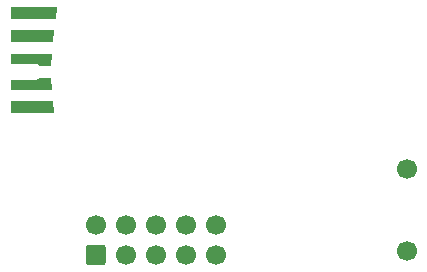
<source format=gbs>
%TF.GenerationSoftware,KiCad,Pcbnew,(5.1.5)-3*%
%TF.CreationDate,2020-11-29T17:59:18-06:00*%
%TF.ProjectId,ePenguin-Debug,6550656e-6775-4696-9e2d-44656275672e,rev?*%
%TF.SameCoordinates,Original*%
%TF.FileFunction,Soldermask,Bot*%
%TF.FilePolarity,Negative*%
%FSLAX46Y46*%
G04 Gerber Fmt 4.6, Leading zero omitted, Abs format (unit mm)*
G04 Created by KiCad (PCBNEW (5.1.5)-3) date 2020-11-29 17:59:18*
%MOMM*%
%LPD*%
G04 APERTURE LIST*
%ADD10C,1.700000*%
%ADD11C,0.100000*%
G04 APERTURE END LIST*
D10*
%TO.C,CON1*%
X135128000Y-77212000D03*
X135128000Y-84212000D03*
%TD*%
%TO.C,J3*%
X118960000Y-81960000D03*
X116420000Y-81960000D03*
X113880000Y-81960000D03*
X111340000Y-81960000D03*
X108800000Y-81960000D03*
X118960000Y-84500000D03*
X116420000Y-84500000D03*
X113880000Y-84500000D03*
X111340000Y-84500000D03*
D11*
G36*
X109424504Y-83651204D02*
G01*
X109448773Y-83654804D01*
X109472571Y-83660765D01*
X109495671Y-83669030D01*
X109517849Y-83679520D01*
X109538893Y-83692133D01*
X109558598Y-83706747D01*
X109576777Y-83723223D01*
X109593253Y-83741402D01*
X109607867Y-83761107D01*
X109620480Y-83782151D01*
X109630970Y-83804329D01*
X109639235Y-83827429D01*
X109645196Y-83851227D01*
X109648796Y-83875496D01*
X109650000Y-83900000D01*
X109650000Y-85100000D01*
X109648796Y-85124504D01*
X109645196Y-85148773D01*
X109639235Y-85172571D01*
X109630970Y-85195671D01*
X109620480Y-85217849D01*
X109607867Y-85238893D01*
X109593253Y-85258598D01*
X109576777Y-85276777D01*
X109558598Y-85293253D01*
X109538893Y-85307867D01*
X109517849Y-85320480D01*
X109495671Y-85330970D01*
X109472571Y-85339235D01*
X109448773Y-85345196D01*
X109424504Y-85348796D01*
X109400000Y-85350000D01*
X108200000Y-85350000D01*
X108175496Y-85348796D01*
X108151227Y-85345196D01*
X108127429Y-85339235D01*
X108104329Y-85330970D01*
X108082151Y-85320480D01*
X108061107Y-85307867D01*
X108041402Y-85293253D01*
X108023223Y-85276777D01*
X108006747Y-85258598D01*
X107992133Y-85238893D01*
X107979520Y-85217849D01*
X107969030Y-85195671D01*
X107960765Y-85172571D01*
X107954804Y-85148773D01*
X107951204Y-85124504D01*
X107950000Y-85100000D01*
X107950000Y-83900000D01*
X107951204Y-83875496D01*
X107954804Y-83851227D01*
X107960765Y-83827429D01*
X107969030Y-83804329D01*
X107979520Y-83782151D01*
X107992133Y-83761107D01*
X108006747Y-83741402D01*
X108023223Y-83723223D01*
X108041402Y-83706747D01*
X108061107Y-83692133D01*
X108082151Y-83679520D01*
X108104329Y-83669030D01*
X108127429Y-83660765D01*
X108151227Y-83654804D01*
X108175496Y-83651204D01*
X108200000Y-83650000D01*
X109400000Y-83650000D01*
X109424504Y-83651204D01*
G37*
%TD*%
%TO.C,J1*%
G36*
X101600000Y-72500000D02*
G01*
X101600000Y-71500000D01*
X105200000Y-71500000D01*
X105300000Y-72500000D01*
X101600000Y-72500000D01*
G37*
G36*
X105200000Y-66500000D02*
G01*
X101600000Y-66500000D01*
X101600000Y-65500000D01*
X105300000Y-65500000D01*
X105200000Y-66500000D01*
G37*
G36*
X105400000Y-64500000D02*
G01*
X101600000Y-64500000D01*
X101600000Y-63500000D01*
X105500000Y-63500000D01*
X105400000Y-64500000D01*
G37*
G36*
X101600000Y-70500000D02*
G01*
X101600000Y-69700000D01*
X103610000Y-69700000D01*
X103720000Y-69690000D01*
X103800000Y-69670000D01*
X103860000Y-69650000D01*
X103910000Y-69630000D01*
X103960000Y-69600000D01*
X104020000Y-69560000D01*
X104070000Y-69520000D01*
X104090000Y-69500000D01*
X105000000Y-69500000D01*
X105100000Y-70500000D01*
X101600000Y-70500000D01*
G37*
G36*
X105000000Y-68500000D02*
G01*
X104090000Y-68500000D01*
X104070000Y-68480000D01*
X104020000Y-68440000D01*
X103960000Y-68400000D01*
X103910000Y-68370000D01*
X103860000Y-68350000D01*
X103800000Y-68330000D01*
X103720000Y-68310000D01*
X103610000Y-68300000D01*
X101600000Y-68300000D01*
X101600000Y-67500000D01*
X105100000Y-67500000D01*
X105000000Y-68500000D01*
G37*
%TD*%
M02*

</source>
